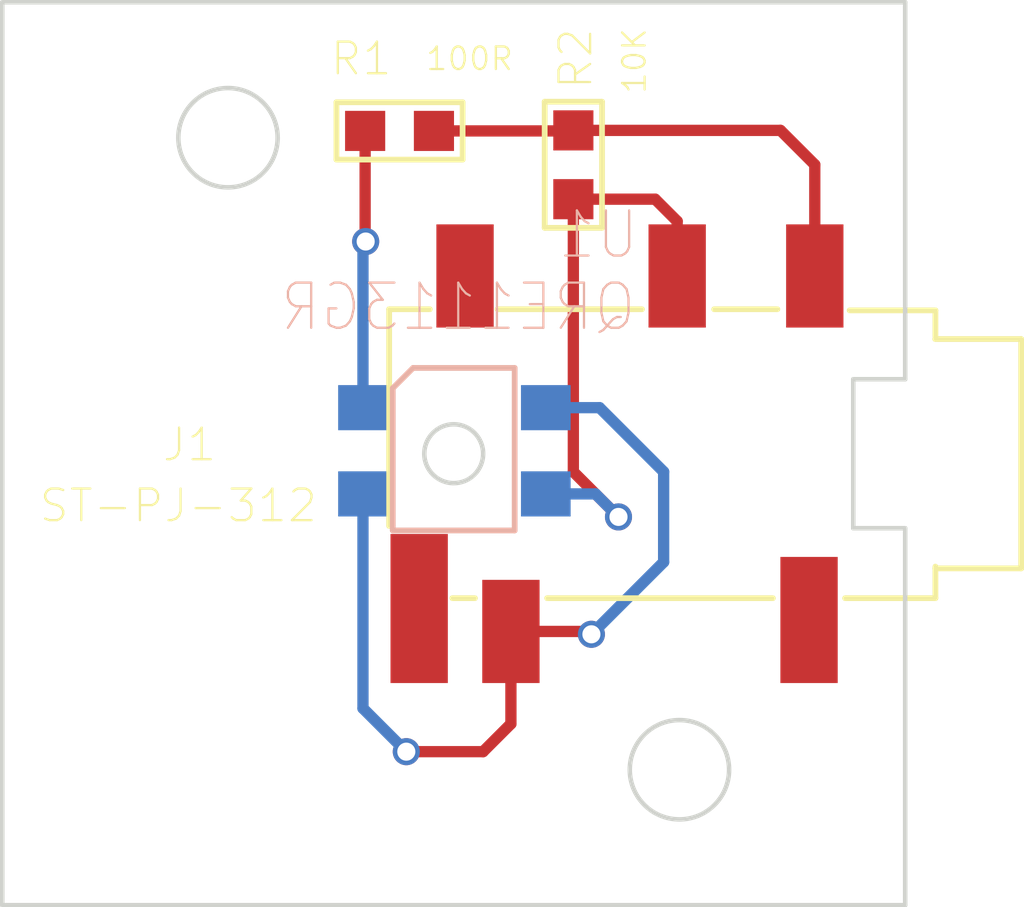
<source format=kicad_pcb>
(kicad_pcb (version 4) (host pcbnew 4.0.1-stable)

  (general
    (links 7)
    (no_connects 0)
    (area 110.199999 79.499999 133.083501 99.650001)
    (thickness 1.6)
    (drawings 17)
    (tracks 31)
    (zones 0)
    (modules 4)
    (nets 8)
  )

  (page A4)
  (layers
    (0 F.Cu signal)
    (31 B.Cu signal)
    (32 B.Adhes user)
    (33 F.Adhes user)
    (34 B.Paste user)
    (35 F.Paste user)
    (36 B.SilkS user)
    (37 F.SilkS user)
    (38 B.Mask user)
    (39 F.Mask user)
    (40 Dwgs.User user hide)
    (41 Cmts.User user hide)
    (42 Eco1.User user hide)
    (43 Eco2.User user hide)
    (44 Edge.Cuts user)
    (45 Margin user)
    (46 B.CrtYd user)
    (47 F.CrtYd user)
    (48 B.Fab user)
    (49 F.Fab user)
  )

  (setup
    (last_trace_width 0.25)
    (trace_clearance 0.2)
    (zone_clearance 0.508)
    (zone_45_only no)
    (trace_min 0.2)
    (segment_width 0.2)
    (edge_width 0.1)
    (via_size 0.6)
    (via_drill 0.4)
    (via_min_size 0.4)
    (via_min_drill 0.3)
    (uvia_size 0.3)
    (uvia_drill 0.1)
    (uvias_allowed no)
    (uvia_min_size 0.2)
    (uvia_min_drill 0.1)
    (pcb_text_width 0.3)
    (pcb_text_size 1.5 1.5)
    (mod_edge_width 0.15)
    (mod_text_size 1 1)
    (mod_text_width 0.15)
    (pad_size 1.5 1.5)
    (pad_drill 0.6)
    (pad_to_mask_clearance 0.1)
    (solder_mask_min_width 0.1)
    (aux_axis_origin 0 0)
    (visible_elements 7FFFFFFF)
    (pcbplotparams
      (layerselection 0x010f0_80000001)
      (usegerberextensions true)
      (excludeedgelayer true)
      (linewidth 0.100000)
      (plotframeref false)
      (viasonmask false)
      (mode 1)
      (useauxorigin false)
      (hpglpennumber 1)
      (hpglpenspeed 20)
      (hpglpendiameter 15)
      (hpglpenoverlay 2)
      (psnegative false)
      (psa4output false)
      (plotreference false)
      (plotvalue false)
      (plotinvisibletext false)
      (padsonsilk false)
      (subtractmaskfromsilk false)
      (outputformat 1)
      (mirror false)
      (drillshape 0)
      (scaleselection 1)
      (outputdirectory 160111SensorBoard_v1_1/))
  )

  (net 0 "")
  (net 1 "Net-(J1-PadLS)")
  (net 2 GND)
  (net 3 "Net-(J1-PadCOM2)")
  (net 4 "Net-(J1-PadRS)")
  (net 5 "Net-(J1-PadR)")
  (net 6 VCC)
  (net 7 "Net-(R1-Pad1)")

  (net_class Default "これは標準のネット クラスです。"
    (clearance 0.2)
    (trace_width 0.25)
    (via_dia 0.6)
    (via_drill 0.4)
    (uvia_dia 0.3)
    (uvia_drill 0.1)
    (add_net GND)
    (add_net "Net-(J1-PadCOM2)")
    (add_net "Net-(J1-PadLS)")
    (add_net "Net-(J1-PadR)")
    (add_net "Net-(J1-PadRS)")
    (add_net "Net-(R1-Pad1)")
    (add_net VCC)
  )

  (module ST-PJ-312:SUNTECH_ST-PJ-312 (layer F.Cu) (tedit 569361F4) (tstamp 566C49C5)
    (at 125.2 89.55)
    (path /566C357C)
    (solder_mask_margin 0.1)
    (attr smd)
    (fp_text reference J1 (at -10.8 -0.2) (layer F.SilkS)
      (effects (font (size 0.7 0.7) (thickness 0.05)))
    )
    (fp_text value ST-PJ-312 (at -11.05 1.15) (layer F.SilkS)
      (effects (font (size 0.7 0.7) (thickness 0.05)))
    )
    (fp_line (start 7.62 -2.54) (end 5.715 -2.54) (layer F.SilkS) (width 0.127))
    (fp_line (start 5.715 2.54) (end 7.62 2.54) (layer F.SilkS) (width 0.127))
    (fp_line (start 7.62 2.54) (end 7.62 -2.54) (layer F.SilkS) (width 0.127))
    (fp_poly (pts (xy -6.35 -3.175) (xy 5.715 -3.175) (xy 5.715 3.175) (xy -6.35 3.175)) (layer Dwgs.User) (width 0.381))
    (fp_line (start 4.38 3.175) (end 4.38 -3.175) (layer Dwgs.User) (width 0.0254))
    (fp_line (start 5.72 -2.6) (end 5.72 -3.175) (layer F.SilkS) (width 0.127))
    (fp_line (start 5.72 -3.175) (end 3.82 -3.175) (layer F.SilkS) (width 0.127))
    (fp_line (start 2.22 -3.2) (end 0.82 -3.2) (layer F.SilkS) (width 0.127))
    (fp_line (start -0.78 -3.2) (end -3.98 -3.2) (layer F.SilkS) (width 0.127))
    (fp_line (start -5.48 -3.2) (end -6.38 -3.2) (layer F.SilkS) (width 0.127))
    (fp_line (start -6.38 -3.2) (end -6.38 1.6) (layer F.SilkS) (width 0.127))
    (fp_line (start -4.98 3.2) (end -4.48 3.2) (layer F.SilkS) (width 0.127))
    (fp_line (start -2.88 3.2) (end 2.12 3.2) (layer F.SilkS) (width 0.127))
    (fp_line (start 3.72 3.2) (end 5.72 3.2) (layer F.SilkS) (width 0.127))
    (fp_line (start 5.72 3.2) (end 5.72 2.5) (layer F.SilkS) (width 0.127))
    (pad LS smd rect (at -5.715 3.429 90) (size 3.302 1.27) (layers F.Cu F.Paste F.Mask)
      (net 1 "Net-(J1-PadLS)") (solder_mask_margin 0.2))
    (pad L smd rect (at -3.683 3.937 90) (size 2.286 1.27) (layers F.Cu F.Paste F.Mask)
      (net 2 GND) (solder_mask_margin 0.2))
    (pad COM2 smd rect (at 2.921 3.683 90) (size 2.794 1.27) (layers F.Cu F.Paste F.Mask)
      (net 3 "Net-(J1-PadCOM2)") (solder_mask_margin 0.2))
    (pad RS smd rect (at -4.699 -3.937 90) (size 2.286 1.27) (layers F.Cu F.Paste F.Mask)
      (net 4 "Net-(J1-PadRS)") (solder_mask_margin 0.2))
    (pad R smd rect (at 0 -3.937 90) (size 2.286 1.27) (layers F.Cu F.Paste F.Mask)
      (net 5 "Net-(J1-PadR)") (solder_mask_margin 0.2))
    (pad COM1 smd rect (at 3.048 -3.937 90) (size 2.286 1.27) (layers F.Cu F.Paste F.Mask)
      (net 6 VCC) (solder_mask_margin 0.2))
  )

  (module SMD-RES-100R-5_-1_10W_0603_:R0603 (layer F.Cu) (tedit 566EB2F7) (tstamp 566C49CB)
    (at 119.05 82.4 90)
    (path /566C1422)
    (solder_mask_margin 0.1)
    (attr smd)
    (fp_text reference R1 (at 1.6 -0.85 180) (layer F.SilkS)
      (effects (font (size 0.7 0.7) (thickness 0.05)))
    )
    (fp_text value 100R (at 1.6 1.55 180) (layer F.SilkS)
      (effects (font (size 0.5 0.5) (thickness 0.05)))
    )
    (fp_line (start 0.635 -1.397) (end 0.635 1.397) (layer F.SilkS) (width 0.127))
    (fp_line (start 0.635 1.397) (end -0.635 1.397) (layer F.SilkS) (width 0.127))
    (fp_line (start -0.635 1.397) (end -0.635 -1.397) (layer F.SilkS) (width 0.127))
    (fp_line (start -0.635 -1.397) (end 0.635 -1.397) (layer F.SilkS) (width 0.127))
    (pad 1 smd rect (at 0 -0.762) (size 0.889 0.889) (layers F.Cu F.Paste F.Mask)
      (net 7 "Net-(R1-Pad1)") (solder_mask_margin 0.2))
    (pad 2 smd rect (at 0 0.762) (size 0.889 0.889) (layers F.Cu F.Paste F.Mask)
      (net 6 VCC) (solder_mask_margin 0.2))
  )

  (module SMD-RES-10K-1_-1_10W_0603_:R0603 (layer F.Cu) (tedit 566EB302) (tstamp 566C49D1)
    (at 122.9 83.15 180)
    (path /566C13BB)
    (solder_mask_margin 0.1)
    (attr smd)
    (fp_text reference R2 (at -0.05 2.35 270) (layer F.SilkS)
      (effects (font (size 0.7 0.7) (thickness 0.05)))
    )
    (fp_text value 10K (at -1.35 2.3 270) (layer F.SilkS)
      (effects (font (size 0.5 0.5) (thickness 0.05)))
    )
    (fp_line (start 0.635 -1.397) (end 0.635 1.397) (layer F.SilkS) (width 0.127))
    (fp_line (start 0.635 1.397) (end -0.635 1.397) (layer F.SilkS) (width 0.127))
    (fp_line (start -0.635 1.397) (end -0.635 -1.397) (layer F.SilkS) (width 0.127))
    (fp_line (start -0.635 -1.397) (end 0.635 -1.397) (layer F.SilkS) (width 0.127))
    (pad 1 smd rect (at 0 -0.762 90) (size 0.889 0.889) (layers F.Cu F.Paste F.Mask)
      (net 5 "Net-(J1-PadR)") (solder_mask_margin 0.2))
    (pad 2 smd rect (at 0 0.762 90) (size 0.889 0.889) (layers F.Cu F.Paste F.Mask)
      (net 6 VCC) (solder_mask_margin 0.2))
  )

  (module QRE1113GR:4LEADSMD (layer B.Cu) (tedit 566EB362) (tstamp 566C49D9)
    (at 120.25 89.5)
    (path /566C115D)
    (solder_mask_margin 0.1)
    (attr smd)
    (fp_text reference U1 (at 3.2 -4.8) (layer B.SilkS)
      (effects (font (size 1 0.9) (thickness 0.05)) (justify mirror))
    )
    (fp_text value QRE1113GR (at 0.1 -3.2) (layer B.SilkS)
      (effects (font (size 1 0.9) (thickness 0.05)) (justify mirror))
    )
    (fp_line (start -1.35 1.75) (end 1.35 1.75) (layer B.SilkS) (width 0.127))
    (fp_line (start 1.35 1.75) (end 1.35 -1.85) (layer B.SilkS) (width 0.127))
    (fp_line (start -0.9 -1.85) (end 1.35 -1.85) (layer B.SilkS) (width 0.127))
    (fp_line (start -1.35 1.75) (end -1.35 -1.4) (layer B.SilkS) (width 0.127))
    (fp_line (start -0.9 -1.85) (end -1.35 -1.4) (layer B.SilkS) (width 0.127))
    (fp_poly (pts (xy -2.6 1.5) (xy -1.4 1.5) (xy -1.4 0.4) (xy -2.6 0.4)) (layer B.Paste) (width 0.381))
    (fp_poly (pts (xy -2.6 -0.4) (xy -1.4 -0.4) (xy -1.4 -1.5) (xy -2.6 -1.5)) (layer B.Paste) (width 0.381))
    (fp_poly (pts (xy 1.45 -0.4) (xy 2.65 -0.4) (xy 2.65 -1.5) (xy 1.45 -1.5)) (layer B.Paste) (width 0.381))
    (fp_poly (pts (xy 1.4 1.5) (xy 2.65 1.5) (xy 2.65 0.4) (xy 1.4 0.4)) (layer B.Paste) (width 0.381))
    (pad E smd rect (at -2.01 0.94 90) (size 1 1.1) (layers B.Cu B.Paste B.Mask)
      (net 2 GND) (solder_mask_margin 0.2))
    (pad A smd rect (at -2.01 -0.97 90) (size 1 1.1) (layers B.Cu B.Paste B.Mask)
      (net 7 "Net-(R1-Pad1)") (solder_mask_margin 0.2))
    (pad C smd rect (at 2.04 0.94 90) (size 1 1.1) (layers B.Cu B.Paste B.Mask)
      (net 5 "Net-(J1-PadR)") (solder_mask_margin 0.2))
    (pad K smd rect (at 2.04 -0.97 90) (size 1 1.1) (layers B.Cu B.Paste B.Mask)
      (net 2 GND) (solder_mask_margin 0.2))
  )

  (gr_circle (center 120.25 89.55) (end 120.3 88.9) (layer Edge.Cuts) (width 0.1))
  (gr_circle (center 115.25 82.55) (end 116.35 82.55) (layer Edge.Cuts) (width 0.1))
  (gr_circle (center 115.25 82.55) (end 117.25 82.55) (layer Eco1.User) (width 0.2))
  (gr_line (start 115.25 82.55) (end 115.25 83.65) (angle 90) (layer Eco1.User) (width 0.2))
  (gr_line (start 115.25 82.55) (end 116.35 82.55) (angle 90) (layer Eco1.User) (width 0.2))
  (gr_circle (center 115.25 82.55) (end 117 82.55) (layer Eco1.User) (width 0.2))
  (gr_circle (center 125.25 96.55) (end 126.35 96.55) (layer Edge.Cuts) (width 0.1))
  (gr_line (start 120.25 89.55) (end 130.25 89.55) (angle 90) (layer Eco1.User) (width 0.2))
  (gr_line (start 120.25 89.55) (end 120.25 99.55) (angle 90) (layer Eco1.User) (width 0.2))
  (gr_line (start 130.25 91.2) (end 130.25 99.55) (angle 90) (layer Edge.Cuts) (width 0.1))
  (gr_line (start 130.25 87.9) (end 130.25 79.55) (angle 90) (layer Edge.Cuts) (width 0.1))
  (gr_line (start 129.1 87.9) (end 130.25 87.9) (angle 90) (layer Edge.Cuts) (width 0.1))
  (gr_line (start 129.1 91.2) (end 130.25 91.2) (angle 90) (layer Edge.Cuts) (width 0.1))
  (gr_line (start 129.1 87.9) (end 129.1 91.2) (angle 90) (layer Edge.Cuts) (width 0.1))
  (gr_line (start 110.25 79.55) (end 110.25 99.55) (angle 90) (layer Edge.Cuts) (width 0.1))
  (gr_line (start 130.25 79.55) (end 110.25 79.55) (angle 90) (layer Edge.Cuts) (width 0.1))
  (gr_line (start 110.25 99.55) (end 130.25 99.55) (angle 90) (layer Edge.Cuts) (width 0.1))

  (segment (start 118.24 95.19) (end 119.2 96.15) (width 0.25) (layer B.Cu) (net 2) (tstamp 566E82E2))
  (via (at 119.2 96.15) (size 0.6) (layers F.Cu B.Cu) (net 2))
  (segment (start 119.2 96.15) (end 120.9 96.15) (width 0.25) (layer F.Cu) (net 2) (tstamp 566E82F3))
  (segment (start 120.9 96.15) (end 121.517 95.533) (width 0.25) (layer F.Cu) (net 2) (tstamp 566E82F4))
  (segment (start 121.517 95.533) (end 121.517 93.487) (width 0.25) (layer F.Cu) (net 2) (tstamp 566E82F8))
  (segment (start 118.24 90.44) (end 118.24 95.19) (width 0.25) (layer B.Cu) (net 2))
  (segment (start 123.237 93.487) (end 123.3 93.55) (width 0.25) (layer F.Cu) (net 2) (tstamp 566E8301))
  (via (at 123.3 93.55) (size 0.6) (layers F.Cu B.Cu) (net 2))
  (segment (start 123.3 93.55) (end 124.9 91.95) (width 0.25) (layer B.Cu) (net 2) (tstamp 566E8306))
  (segment (start 124.9 91.95) (end 124.9 89.95) (width 0.25) (layer B.Cu) (net 2) (tstamp 566E8307))
  (segment (start 124.9 89.95) (end 123.48 88.53) (width 0.25) (layer B.Cu) (net 2) (tstamp 566E830C))
  (segment (start 123.48 88.53) (end 122.29 88.53) (width 0.25) (layer B.Cu) (net 2) (tstamp 566E830D))
  (segment (start 121.517 93.487) (end 123.237 93.487) (width 0.25) (layer F.Cu) (net 2))
  (segment (start 122.9 89.95) (end 123.9 90.95) (width 0.25) (layer F.Cu) (net 5) (tstamp 566E83F4))
  (via (at 123.9 90.95) (size 0.6) (layers F.Cu B.Cu) (net 5))
  (segment (start 123.9 90.95) (end 123.39 90.44) (width 0.25) (layer B.Cu) (net 5) (tstamp 566E83FE))
  (segment (start 123.39 90.44) (end 122.29 90.44) (width 0.25) (layer B.Cu) (net 5) (tstamp 566E83FF))
  (segment (start 122.9 83.912) (end 122.9 89.95) (width 0.25) (layer F.Cu) (net 5))
  (segment (start 124.712 83.912) (end 125.2 84.4) (width 0.25) (layer F.Cu) (net 5) (tstamp 566E840E))
  (segment (start 125.2 84.4) (end 125.2 85.613) (width 0.25) (layer F.Cu) (net 5) (tstamp 566E8412))
  (segment (start 122.9 83.912) (end 124.712 83.912) (width 0.25) (layer F.Cu) (net 5))
  (segment (start 128.248 83.148) (end 127.488 82.388) (width 0.25) (layer F.Cu) (net 6) (tstamp 566E82A2))
  (segment (start 127.488 82.388) (end 122.9 82.388) (width 0.25) (layer F.Cu) (net 6) (tstamp 566E82AC))
  (segment (start 128.248 85.613) (end 128.248 83.148) (width 0.25) (layer F.Cu) (net 6))
  (segment (start 122.888 82.4) (end 122.9 82.388) (width 0.25) (layer F.Cu) (net 6) (tstamp 566E841C))
  (segment (start 119.812 82.4) (end 122.888 82.4) (width 0.25) (layer F.Cu) (net 6))
  (segment (start 118.288 84.838) (end 118.3 84.85) (width 0.25) (layer F.Cu) (net 7) (tstamp 566E82D1))
  (via (at 118.3 84.85) (size 0.6) (layers F.Cu B.Cu) (net 7))
  (segment (start 118.3 84.85) (end 118.24 84.91) (width 0.25) (layer B.Cu) (net 7) (tstamp 566E82D5))
  (segment (start 118.24 84.91) (end 118.24 88.53) (width 0.25) (layer B.Cu) (net 7) (tstamp 566E82D6))
  (segment (start 118.288 82.4) (end 118.288 84.838) (width 0.25) (layer F.Cu) (net 7))

)

</source>
